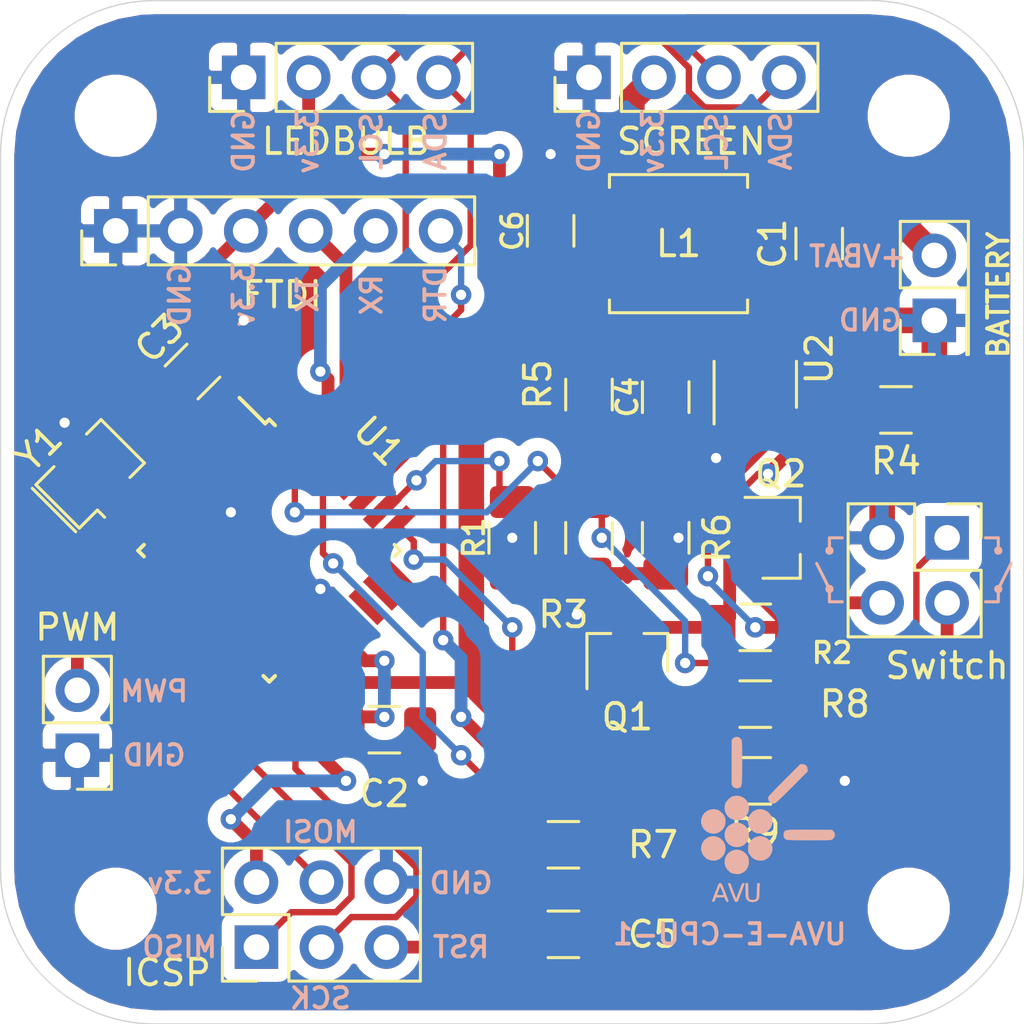
<source format=kicad_pcb>
(kicad_pcb (version 20171130) (host pcbnew 5.1.6)
  (layers (0 F.Cu signal) (31 B.Cu signal) (34 B.Paste user) (35 F.Paste user) (36 B.SilkS user) (37 F.SilkS user) (38 B.Mask user) (39 F.Mask user) (44 Edge.Cuts user))
  (net 0 "")
  (net 1 BAT_VOLTAGE)
  (net 2 GND)
  (net 3 "Net-(C2-Pad1)")
  (net 4 +3V3)
  (net 5 "Net-(C4-Pad2)")
  (net 6 "Net-(C4-Pad1)")
  (net 7 ICSP_RESET)
  (net 8 DTR)
  (net 9 FTDI_RXI)
  (net 10 FTDI_TXO)
  (net 11 I2C_SDA)
  (net 12 I2C_SCL)
  (net 13 ICSP_MISO)
  (net 14 ICSP_MOSI)
  (net 15 ICSP_SCK)
  (net 16 SPI_MOSI)
  (net 17 SPI_CLK)
  (net 18 LED_DRIVER_PWM)
  (net 19 "Net-(Q1-Pad3)")
  (net 20 BAT_EN)
  (net 21 "Net-(Q2-Pad3)")
  (net 22 INTERRUPT)
  (net 23 "Net-(R5-Pad2)")
  (net 24 "Net-(R8-Pad2)")
  (net 25 "Net-(U1-Pad32)")
  (net 26 "Net-(U1-Pad24)")
  (net 27 "Net-(U1-Pad23)")
  (net 28 "Net-(U1-Pad22)")
  (net 29 "Net-(U1-Pad19)")
  (net 30 "Net-(U1-Pad12)")
  (net 31 "Net-(U1-Pad10)")
  (net 32 "Net-(U1-Pad8)")
  (net 33 "Net-(U1-Pad7)")
  (net 34 "Net-(U1-Pad2)")
  (net 35 "Net-(U1-Pad11)")
  (module Connector_PinHeader_2.54mm:PinHeader_1x04_P2.54mm_Vertical (layer F.Cu) (at 116.5 78 90)
    (fp_text reference J3 hide)
    (fp_text value Led_bulb_connector)
    (pad 4 thru_hole oval (at 0 7.62 90) (size 1.7 1.7) (drill 1) (layers *.Cu *.Mask) (net 11 I2C_SDA))
    (pad 3 thru_hole oval (at 0 5.08 90) (size 1.7 1.7) (drill 1) (layers *.Cu *.Mask) (net 12 I2C_SCL))
    (pad 2 thru_hole oval (at 0 2.54 90) (size 1.7 1.7) (drill 1) (layers *.Cu *.Mask) (net 4 +3V3))
    (pad 1 thru_hole rect (at 0 0 90) (size 1.7 1.7) (drill 1) (layers *.Cu *.Mask) (net 2 GND))
  )
  (module logo:logo (layer B.Cu) (at 137 107 180)
    (fp_text reference G*** hide)
    (fp_text value LOGO hide)
  )
  (module MountingHole:MountingHole_2.2mm_M2 (layer F.Cu) (at 142.5 79.5)
    (fp_text reference REF** hide)
    (fp_text value MountingHole_2.2mm_M2)
    (pad 1 np_thru_hole circle (at 0 0) (size 2.2 2.2) (drill 2.2) (layers *.Cu *.Mask))
  )
  (module MountingHole:MountingHole_2.2mm_M2 (layer F.Cu) (at 111.5 79.5)
    (fp_text reference REF** hide)
    (fp_text value MountingHole_2.2mm_M2)
    (pad 1 np_thru_hole circle (at 0 0) (size 2.2 2.2) (drill 2.2) (layers *.Cu *.Mask))
  )
  (module MountingHole:MountingHole_2.2mm_M2 (layer F.Cu) (at 111.5 110.5)
    (fp_text reference REF** hide)
    (fp_text value MountingHole_2.2mm_M2)
    (pad 1 np_thru_hole circle (at 0 0) (size 2.2 2.2) (drill 2.2) (layers *.Cu *.Mask))
  )
  (module MountingHole:MountingHole_2.2mm_M2 (layer F.Cu) (at 142.5 110.5)
    (fp_text reference REF** hide)
    (fp_text value MountingHole_2.2mm_M2)
    (pad 1 np_thru_hole circle (at 0 0) (size 2.2 2.2) (drill 2.2) (layers *.Cu *.Mask))
  )
  (module Crystal:Resonator_SMD_muRata_CSTxExxV-3Pin_3.0x1.1mm (layer F.Cu) (at 110.5 93.5 45)
    (fp_text reference Y1 (at -0.707107 -2.12132 45) (layer F.SilkS))
    (fp_text value Crystal_GND2)
    (pad 3 smd rect (at 1.2 0 45) (size 0.4 1.9) (layers F.Cu F.Paste F.Mask) (net 33 "Net-(U1-Pad7)"))
    (pad 2 smd rect (at 0 0 45) (size 0.4 1.9) (layers F.Cu F.Paste F.Mask) (net 2 GND))
    (pad 1 smd rect (at -1.2 0 45) (size 0.4 1.9) (layers F.Cu F.Paste F.Mask) (net 32 "Net-(U1-Pad8)"))
  )
  (module Package_TO_SOT_SMD:SOT-23-6 (layer F.Cu) (at 136.5 90 90)
    (fp_text reference U2 (at 1 2.5 90) (layer F.SilkS))
    (fp_text value TPS560430XF)
    (pad 5 smd rect (at 1.1 0 90) (size 1.06 0.65) (layers F.Cu F.Paste F.Mask) (net 1 BAT_VOLTAGE))
    (pad 6 smd rect (at 1.1 -0.95 90) (size 1.06 0.65) (layers F.Cu F.Paste F.Mask) (net 5 "Net-(C4-Pad2)"))
    (pad 4 smd rect (at 1.1 0.95 90) (size 1.06 0.65) (layers F.Cu F.Paste F.Mask) (net 21 "Net-(Q2-Pad3)"))
    (pad 3 smd rect (at -1.1 0.95 90) (size 1.06 0.65) (layers F.Cu F.Paste F.Mask) (net 23 "Net-(R5-Pad2)"))
    (pad 2 smd rect (at -1.1 0 90) (size 1.06 0.65) (layers F.Cu F.Paste F.Mask) (net 2 GND))
    (pad 1 smd rect (at -1.1 -0.95 90) (size 1.06 0.65) (layers F.Cu F.Paste F.Mask) (net 6 "Net-(C4-Pad1)"))
  )
  (module Package_QFP:TQFP-32_7x7mm_P0.8mm (layer F.Cu) (at 117.5 96.5 315)
    (fp_text reference U1 (at 0 -6.05 135) (layer F.SilkS))
    (fp_text value ATmega328P-AU)
    (pad 32 smd rect (at -2.8 -4.25 45) (size 1.6 0.55) (layers F.Cu F.Paste F.Mask) (net 25 "Net-(U1-Pad32)"))
    (pad 31 smd rect (at -2 -4.25 45) (size 1.6 0.55) (layers F.Cu F.Paste F.Mask) (net 9 FTDI_RXI))
    (pad 30 smd rect (at -1.2 -4.25 45) (size 1.6 0.55) (layers F.Cu F.Paste F.Mask) (net 10 FTDI_TXO))
    (pad 29 smd rect (at -0.4 -4.25 45) (size 1.6 0.55) (layers F.Cu F.Paste F.Mask) (net 7 ICSP_RESET))
    (pad 28 smd rect (at 0.4 -4.25 45) (size 1.6 0.55) (layers F.Cu F.Paste F.Mask) (net 12 I2C_SCL))
    (pad 27 smd rect (at 1.2 -4.25 45) (size 1.6 0.55) (layers F.Cu F.Paste F.Mask) (net 11 I2C_SDA))
    (pad 26 smd rect (at 2 -4.25 45) (size 1.6 0.55) (layers F.Cu F.Paste F.Mask) (net 20 BAT_EN))
    (pad 25 smd rect (at 2.8 -4.25 45) (size 1.6 0.55) (layers F.Cu F.Paste F.Mask) (net 24 "Net-(R8-Pad2)"))
    (pad 24 smd rect (at 4.25 -2.8 315) (size 1.6 0.55) (layers F.Cu F.Paste F.Mask) (net 26 "Net-(U1-Pad24)"))
    (pad 23 smd rect (at 4.25 -2 315) (size 1.6 0.55) (layers F.Cu F.Paste F.Mask) (net 27 "Net-(U1-Pad23)"))
    (pad 22 smd rect (at 4.25 -1.2 315) (size 1.6 0.55) (layers F.Cu F.Paste F.Mask) (net 28 "Net-(U1-Pad22)"))
    (pad 21 smd rect (at 4.25 -0.4 315) (size 1.6 0.55) (layers F.Cu F.Paste F.Mask) (net 2 GND))
    (pad 20 smd rect (at 4.25 0.4 315) (size 1.6 0.55) (layers F.Cu F.Paste F.Mask) (net 3 "Net-(C2-Pad1)"))
    (pad 19 smd rect (at 4.25 1.2 315) (size 1.6 0.55) (layers F.Cu F.Paste F.Mask) (net 29 "Net-(U1-Pad19)"))
    (pad 18 smd rect (at 4.25 2 315) (size 1.6 0.55) (layers F.Cu F.Paste F.Mask) (net 4 +3V3))
    (pad 17 smd rect (at 4.25 2.8 315) (size 1.6 0.55) (layers F.Cu F.Paste F.Mask) (net 15 ICSP_SCK))
    (pad 16 smd rect (at 2.8 4.25 45) (size 1.6 0.55) (layers F.Cu F.Paste F.Mask) (net 13 ICSP_MISO))
    (pad 15 smd rect (at 2 4.25 45) (size 1.6 0.55) (layers F.Cu F.Paste F.Mask) (net 14 ICSP_MOSI))
    (pad 14 smd rect (at 1.2 4.25 45) (size 1.6 0.55) (layers F.Cu F.Paste F.Mask) (net 17 SPI_CLK))
    (pad 13 smd rect (at 0.4 4.25 45) (size 1.6 0.55) (layers F.Cu F.Paste F.Mask) (net 16 SPI_MOSI))
    (pad 12 smd rect (at -0.4 4.25 45) (size 1.6 0.55) (layers F.Cu F.Paste F.Mask) (net 30 "Net-(U1-Pad12)"))
    (pad 11 smd rect (at -1.2 4.25 45) (size 1.6 0.55) (layers F.Cu F.Paste F.Mask) (net 35 "Net-(U1-Pad11)"))
    (pad 10 smd rect (at -2 4.25 45) (size 1.6 0.55) (layers F.Cu F.Paste F.Mask) (net 31 "Net-(U1-Pad10)"))
    (pad 9 smd rect (at -2.8 4.25 45) (size 1.6 0.55) (layers F.Cu F.Paste F.Mask) (net 18 LED_DRIVER_PWM))
    (pad 8 smd rect (at -4.25 2.8 315) (size 1.6 0.55) (layers F.Cu F.Paste F.Mask) (net 32 "Net-(U1-Pad8)"))
    (pad 7 smd rect (at -4.25 2 315) (size 1.6 0.55) (layers F.Cu F.Paste F.Mask) (net 33 "Net-(U1-Pad7)"))
    (pad 6 smd rect (at -4.25 1.2 315) (size 1.6 0.55) (layers F.Cu F.Paste F.Mask) (net 4 +3V3))
    (pad 5 smd rect (at -4.25 0.4 315) (size 1.6 0.55) (layers F.Cu F.Paste F.Mask) (net 2 GND))
    (pad 4 smd rect (at -4.25 -0.4 315) (size 1.6 0.55) (layers F.Cu F.Paste F.Mask) (net 4 +3V3))
    (pad 3 smd rect (at -4.25 -1.2 315) (size 1.6 0.55) (layers F.Cu F.Paste F.Mask) (net 2 GND))
    (pad 2 smd rect (at -4.25 -2 315) (size 1.6 0.55) (layers F.Cu F.Paste F.Mask) (net 34 "Net-(U1-Pad2)"))
    (pad 1 smd rect (at -4.25 -2.8 315) (size 1.6 0.55) (layers F.Cu F.Paste F.Mask) (net 22 INTERRUPT))
  )
  (module Connector_PinHeader_2.54mm:PinHeader_2x02_P2.54mm_Vertical (layer F.Cu) (at 144 96 270)
    (fp_text reference Switch (at 5 0 180) (layer F.SilkS))
    (fp_text value SW_DPST)
    (pad 4 thru_hole oval (at 2.54 2.54 270) (size 1.7 1.7) (drill 1) (layers *.Cu *.Mask) (net 19 "Net-(Q1-Pad3)"))
    (pad 3 thru_hole oval (at 0 2.54 270) (size 1.7 1.7) (drill 1) (layers *.Cu *.Mask) (net 2 GND))
    (pad 2 thru_hole oval (at 2.54 0 270) (size 1.7 1.7) (drill 1) (layers *.Cu *.Mask) (net 4 +3V3))
    (pad 1 thru_hole rect (at 0 0 270) (size 1.7 1.7) (drill 1) (layers *.Cu *.Mask) (net 22 INTERRUPT))
  )
  (module Resistor_SMD:R_1206_3216Metric (layer F.Cu) (at 136.5 105.5)
    (fp_text reference R9 (at 0 2) (layer F.SilkS))
    (fp_text value 110k)
    (pad 2 smd roundrect (at 1.4 0) (size 1.25 1.75) (layers F.Cu F.Paste F.Mask) (roundrect_rratio 0.2) (net 2 GND))
    (pad 1 smd roundrect (at -1.4 0) (size 1.25 1.75) (layers F.Cu F.Paste F.Mask) (roundrect_rratio 0.2) (net 24 "Net-(R8-Pad2)"))
  )
  (module Resistor_SMD:R_1206_3216Metric (layer F.Cu) (at 136.5 102.5 180)
    (fp_text reference R8 (at -3.5 0) (layer F.SilkS))
    (fp_text value 330k)
    (pad 2 smd roundrect (at 1.4 0 180) (size 1.25 1.75) (layers F.Cu F.Paste F.Mask) (roundrect_rratio 0.2) (net 24 "Net-(R8-Pad2)"))
    (pad 1 smd roundrect (at -1.4 0 180) (size 1.25 1.75) (layers F.Cu F.Paste F.Mask) (roundrect_rratio 0.2) (net 1 BAT_VOLTAGE))
  )
  (module Resistor_SMD:R_1206_3216Metric (layer F.Cu) (at 129 108 180)
    (fp_text reference R7 (at -3.5 0) (layer F.SilkS))
    (fp_text value 10K)
    (pad 2 smd roundrect (at 1.4 0 180) (size 1.25 1.75) (layers F.Cu F.Paste F.Mask) (roundrect_rratio 0.2) (net 7 ICSP_RESET))
    (pad 1 smd roundrect (at -1.4 0 180) (size 1.25 1.75) (layers F.Cu F.Paste F.Mask) (roundrect_rratio 0.2) (net 4 +3V3))
  )
  (module Resistor_SMD:R_1206_3216Metric (layer F.Cu) (at 133 96 270)
    (fp_text reference R6 (at 0 -2 90) (layer F.SilkS))
    (fp_text value 22.1k)
    (pad 2 smd roundrect (at 1.4 0 270) (size 1.25 1.75) (layers F.Cu F.Paste F.Mask) (roundrect_rratio 0.2) (net 2 GND))
    (pad 1 smd roundrect (at -1.4 0 270) (size 1.25 1.75) (layers F.Cu F.Paste F.Mask) (roundrect_rratio 0.2) (net 23 "Net-(R5-Pad2)"))
  )
  (module Resistor_SMD:R_1206_3216Metric (layer F.Cu) (at 130 90.4 270)
    (fp_text reference R5 (at -0.4 2 90) (layer F.SilkS))
    (fp_text value 51k)
    (pad 2 smd roundrect (at 1.4 0 270) (size 1.25 1.75) (layers F.Cu F.Paste F.Mask) (roundrect_rratio 0.2) (net 23 "Net-(R5-Pad2)"))
    (pad 1 smd roundrect (at -1.4 0 270) (size 1.25 1.75) (layers F.Cu F.Paste F.Mask) (roundrect_rratio 0.2) (net 4 +3V3))
  )
  (module Resistor_SMD:R_1206_3216Metric (layer F.Cu) (at 142 91)
    (fp_text reference R4 (at 0 2) (layer F.SilkS))
    (fp_text value 10K)
    (pad 2 smd roundrect (at 1.4 0) (size 1.25 1.75) (layers F.Cu F.Paste F.Mask) (roundrect_rratio 0.2) (net 2 GND))
    (pad 1 smd roundrect (at -1.4 0) (size 1.25 1.75) (layers F.Cu F.Paste F.Mask) (roundrect_rratio 0.2) (net 21 "Net-(Q2-Pad3)"))
  )
  (module Resistor_SMD:R_1206_3216Metric (layer F.Cu) (at 130 96 270)
    (fp_text reference R3 (at 3 1 180) (layer F.SilkS))
    (fp_text value 10K)
    (pad 2 smd roundrect (at 1.4 0 270) (size 1.25 1.75) (layers F.Cu F.Paste F.Mask) (roundrect_rratio 0.2) (net 2 GND))
    (pad 1 smd roundrect (at -1.4 0 270) (size 1.25 1.75) (layers F.Cu F.Paste F.Mask) (roundrect_rratio 0.2) (net 22 INTERRUPT))
  )
  (module Resistor_SMD:R_1206_3216Metric (layer F.Cu) (at 136.5 99.5 180)
    (fp_text reference R2 (at -3 -1) (layer F.SilkS) (effects (font (size 0.8 0.8))))
    (fp_text value 10K)
    (pad 2 smd roundrect (at 1.4 0 180) (size 1.25 1.75) (layers F.Cu F.Paste F.Mask) (roundrect_rratio 0.2) (net 19 "Net-(Q1-Pad3)"))
    (pad 1 smd roundrect (at -1.4 0 180) (size 1.25 1.75) (layers F.Cu F.Paste F.Mask) (roundrect_rratio 0.2) (net 1 BAT_VOLTAGE))
  )
  (module Resistor_SMD:R_1206_3216Metric (layer F.Cu) (at 127 96 270)
    (fp_text reference R1 (at 0 1.5 90) (layer F.SilkS) (effects (font (size 0.8 0.8))))
    (fp_text value 10K)
    (pad 2 smd roundrect (at 1.4 0 270) (size 1.25 1.75) (layers F.Cu F.Paste F.Mask) (roundrect_rratio 0.2) (net 2 GND))
    (pad 1 smd roundrect (at -1.4 0 270) (size 1.25 1.75) (layers F.Cu F.Paste F.Mask) (roundrect_rratio 0.2) (net 20 BAT_EN))
  )
  (module Package_TO_SOT_SMD:SOT-23 (layer F.Cu) (at 137.5 96)
    (fp_text reference Q2 (at 0 -2.5) (layer F.SilkS))
    (fp_text value Q_PMOS_GSD)
    (pad 3 smd rect (at 1 0) (size 0.9 0.8) (layers F.Cu F.Paste F.Mask) (net 21 "Net-(Q2-Pad3)"))
    (pad 2 smd rect (at -1 0.95) (size 0.9 0.8) (layers F.Cu F.Paste F.Mask) (net 1 BAT_VOLTAGE))
    (pad 1 smd rect (at -1 -0.95) (size 0.9 0.8) (layers F.Cu F.Paste F.Mask) (net 19 "Net-(Q1-Pad3)"))
  )
  (module Package_TO_SOT_SMD:SOT-23 (layer F.Cu) (at 131.5 100.5 90)
    (fp_text reference Q1 (at -2.5 0 180) (layer F.SilkS))
    (fp_text value Q_NMOS_GSD)
    (pad 3 smd rect (at 1 0 90) (size 0.9 0.8) (layers F.Cu F.Paste F.Mask) (net 19 "Net-(Q1-Pad3)"))
    (pad 2 smd rect (at -1 0.95 90) (size 0.9 0.8) (layers F.Cu F.Paste F.Mask) (net 2 GND))
    (pad 1 smd rect (at -1 -0.95 90) (size 0.9 0.8) (layers F.Cu F.Paste F.Mask) (net 20 BAT_EN))
  )
  (module Bourns-SRN5020TA:L_Bourns_SRN5020TA (layer F.Cu) (at 133.5 84.5 180)
    (fp_text reference L1 (at 0 0) (layer F.SilkS))
    (fp_text value 12uH)
    (pad 2 smd rect (at 1.825 0 180) (size 1.5 4.7) (layers F.Cu F.Paste F.Mask) (net 4 +3V3))
    (pad 1 smd rect (at -1.825 0 180) (size 1.5 4.7) (layers F.Cu F.Paste F.Mask) (net 5 "Net-(C4-Pad2)"))
  )
  (module Connector_PinHeader_2.54mm:PinHeader_2x03_P2.54mm_Vertical (layer F.Cu) (at 117 112 90)
    (fp_text reference J7 hide)
    (fp_text value ICSP_prog_connector)
    (pad 6 thru_hole oval (at 2.54 5.08 90) (size 1.7 1.7) (drill 1) (layers *.Cu *.Mask) (net 2 GND))
    (pad 5 thru_hole oval (at 0 5.08 90) (size 1.7 1.7) (drill 1) (layers *.Cu *.Mask) (net 7 ICSP_RESET))
    (pad 4 thru_hole oval (at 2.54 2.54 90) (size 1.7 1.7) (drill 1) (layers *.Cu *.Mask) (net 14 ICSP_MOSI))
    (pad 3 thru_hole oval (at 0 2.54 90) (size 1.7 1.7) (drill 1) (layers *.Cu *.Mask) (net 15 ICSP_SCK))
    (pad 2 thru_hole oval (at 2.54 0 90) (size 1.7 1.7) (drill 1) (layers *.Cu *.Mask) (net 4 +3V3))
    (pad 1 thru_hole rect (at 0 0 90) (size 1.7 1.7) (drill 1) (layers *.Cu *.Mask) (net 13 ICSP_MISO))
  )
  (module Connector_PinHeader_2.54mm:PinHeader_1x04_P2.54mm_Vertical (layer F.Cu) (at 130 78 90)
    (fp_text reference J6 hide)
    (fp_text value Screen_I2C_connector)
    (pad 4 thru_hole oval (at 0 7.62 90) (size 1.7 1.7) (drill 1) (layers *.Cu *.Mask) (net 11 I2C_SDA))
    (pad 3 thru_hole oval (at 0 5.08 90) (size 1.7 1.7) (drill 1) (layers *.Cu *.Mask) (net 12 I2C_SCL))
    (pad 2 thru_hole oval (at 0 2.54 90) (size 1.7 1.7) (drill 1) (layers *.Cu *.Mask) (net 4 +3V3))
    (pad 1 thru_hole rect (at 0 0 90) (size 1.7 1.7) (drill 1) (layers *.Cu *.Mask) (net 2 GND))
  )
  (module Connector_PinHeader_2.54mm:PinHeader_1x02_P2.54mm_Vertical (layer F.Cu) (at 110 104.5 180)
    (fp_text reference J5 hide)
    (fp_text value Driver_PWM_connector)
    (pad 2 thru_hole oval (at 0 2.54 180) (size 1.7 1.7) (drill 1) (layers *.Cu *.Mask) (net 18 LED_DRIVER_PWM))
    (pad 1 thru_hole rect (at 0 0 180) (size 1.7 1.7) (drill 1) (layers *.Cu *.Mask) (net 2 GND))
  )
  (module Connector_PinHeader_2.54mm:PinHeader_1x06_P2.54mm_Vertical (layer F.Cu) (at 111.5 84 90)
    (fp_text reference J2 hide)
    (fp_text value FTDI_prog_connector)
    (pad 6 thru_hole oval (at 0 12.7 90) (size 1.7 1.7) (drill 1) (layers *.Cu *.Mask) (net 8 DTR))
    (pad 5 thru_hole oval (at 0 10.16 90) (size 1.7 1.7) (drill 1) (layers *.Cu *.Mask) (net 9 FTDI_RXI))
    (pad 4 thru_hole oval (at 0 7.62 90) (size 1.7 1.7) (drill 1) (layers *.Cu *.Mask) (net 10 FTDI_TXO))
    (pad 3 thru_hole oval (at 0 5.08 90) (size 1.7 1.7) (drill 1) (layers *.Cu *.Mask) (net 4 +3V3))
    (pad 2 thru_hole oval (at 0 2.54 90) (size 1.7 1.7) (drill 1) (layers *.Cu *.Mask) (net 2 GND))
    (pad 1 thru_hole rect (at 0 0 90) (size 1.7 1.7) (drill 1) (layers *.Cu *.Mask) (net 2 GND))
  )
  (module Connector_PinHeader_2.54mm:PinHeader_2x01_P2.54mm_Vertical (layer F.Cu) (at 143.5 87.5 90)
    (fp_text reference J1 hide)
    (fp_text value Battery_connector)
    (pad 2 thru_hole oval (at 2.54 0 90) (size 1.7 1.7) (drill 1) (layers *.Cu *.Mask) (net 1 BAT_VOLTAGE))
    (pad 1 thru_hole rect (at 0 0 90) (size 1.7 1.7) (drill 1) (layers *.Cu *.Mask) (net 2 GND))
  )
  (module Capacitor_SMD:C_1206_3216Metric (layer F.Cu) (at 128.5 84 270)
    (fp_text reference C6 (at 0 1.5 90) (layer F.SilkS) (effects (font (size 0.8 0.8))))
    (fp_text value 22uF)
    (pad 2 smd roundrect (at 1.4 0 270) (size 1.25 1.75) (layers F.Cu F.Paste F.Mask) (roundrect_rratio 0.2) (net 4 +3V3))
    (pad 1 smd roundrect (at -1.4 0 270) (size 1.25 1.75) (layers F.Cu F.Paste F.Mask) (roundrect_rratio 0.2) (net 2 GND))
  )
  (module Capacitor_SMD:C_1206_3216Metric (layer F.Cu) (at 129 111.5 180)
    (fp_text reference C5 (at -3.5 0) (layer F.SilkS))
    (fp_text value 100nF)
    (pad 2 smd roundrect (at 1.4 0 180) (size 1.25 1.75) (layers F.Cu F.Paste F.Mask) (roundrect_rratio 0.2) (net 7 ICSP_RESET))
    (pad 1 smd roundrect (at -1.4 0 180) (size 1.25 1.75) (layers F.Cu F.Paste F.Mask) (roundrect_rratio 0.2) (net 8 DTR))
  )
  (module Capacitor_SMD:C_1206_3216Metric (layer F.Cu) (at 133 90.5 90)
    (fp_text reference C4 (at 0 -1.5 90) (layer F.SilkS) (effects (font (size 0.8 0.8))))
    (fp_text value 100nF)
    (pad 2 smd roundrect (at 1.4 0 90) (size 1.25 1.75) (layers F.Cu F.Paste F.Mask) (roundrect_rratio 0.2) (net 5 "Net-(C4-Pad2)"))
    (pad 1 smd roundrect (at -1.4 0 90) (size 1.25 1.75) (layers F.Cu F.Paste F.Mask) (roundrect_rratio 0.2) (net 6 "Net-(C4-Pad1)"))
  )
  (module Capacitor_SMD:C_1206_3216Metric (layer F.Cu) (at 114.5 89.5 45)
    (fp_text reference C3 (at 0 -1.82 45) (layer F.SilkS))
    (fp_text value 100nF)
    (pad 2 smd roundrect (at 1.4 0 45) (size 1.25 1.75) (layers F.Cu F.Paste F.Mask) (roundrect_rratio 0.2) (net 2 GND))
    (pad 1 smd roundrect (at -1.4 0 45) (size 1.25 1.75) (layers F.Cu F.Paste F.Mask) (roundrect_rratio 0.2) (net 4 +3V3))
  )
  (module Capacitor_SMD:C_1206_3216Metric (layer F.Cu) (at 122 103.5)
    (fp_text reference C2 (at 0 2.5) (layer F.SilkS))
    (fp_text value 100nF)
    (pad 2 smd roundrect (at 1.4 0) (size 1.25 1.75) (layers F.Cu F.Paste F.Mask) (roundrect_rratio 0.2) (net 2 GND))
    (pad 1 smd roundrect (at -1.4 0) (size 1.25 1.75) (layers F.Cu F.Paste F.Mask) (roundrect_rratio 0.2) (net 3 "Net-(C2-Pad1)"))
  )
  (module Capacitor_SMD:C_1206_3216Metric (layer F.Cu) (at 139 84.5 90)
    (fp_text reference C1 (at 0 -1.82 270) (layer F.SilkS))
    (fp_text value 2.2uF)
    (pad 2 smd roundrect (at 1.4 0 90) (size 1.25 1.75) (layers F.Cu F.Paste F.Mask) (roundrect_rratio 0.2) (net 1 BAT_VOLTAGE))
    (pad 1 smd roundrect (at -1.4 0 90) (size 1.25 1.75) (layers F.Cu F.Paste F.Mask) (roundrect_rratio 0.2) (net 2 GND))
  )
  (gr_text UVA-E-CPU-1 (at 135.5 111.5) (layer B.SilkS) (effects (font (size 0.8 0.8)) (justify mirror)))
  (gr_circle (center 146 98) (end 146 97.9) (layer B.SilkS) (width 0.12))
  (gr_circle (center 146 96.5) (end 146.1 96.5) (layer B.SilkS) (width 0.12))
  (gr_circle (center 139.4 96.5) (end 139.5 96.5) (layer B.SilkS) (width 0.12))
  (gr_circle (center 139.4 98) (end 139.5 98) (layer B.SilkS) (width 0.12))
  (gr_line (start 139.4 98.5) (end 139.9 98.5) (layer B.SilkS) (width 0.12))
  (gr_line (start 139.4 96) (end 139.9 96) (layer B.SilkS) (width 0.12))
  (gr_line (start 146 98) (end 146.5 97) (layer B.SilkS) (width 0.12))
  (gr_line (start 146 98.5) (end 146 98) (layer B.SilkS) (width 0.12))
  (gr_line (start 145.5 98.5) (end 146 98.5) (layer B.SilkS) (width 0.12))
  (gr_line (start 146 96) (end 146 96.5) (layer B.SilkS) (width 0.12))
  (gr_line (start 145.5 96) (end 146 96) (layer B.SilkS) (width 0.12))
  (gr_line (start 139.4 98) (end 138.9 97) (layer B.SilkS) (width 0.12))
  (gr_line (start 139.4 98.5) (end 139.4 98) (layer B.SilkS) (width 0.12))
  (gr_line (start 139.4 96) (end 139.4 96.5) (layer B.SilkS) (width 0.12))
  (gr_text SCK (at 119.5 114) (layer B.SilkS) (effects (font (size 0.8 0.8)) (justify mirror)))
  (gr_text MOSI (at 119.5 107.5) (layer B.SilkS) (effects (font (size 0.8 0.8)) (justify mirror)))
  (gr_text 3.3v (at 114 109.5) (layer B.SilkS) (effects (font (size 0.8 0.8)) (justify mirror)))
  (gr_text MISO (at 114 112) (layer B.SilkS) (effects (font (size 0.8 0.8)) (justify mirror)))
  (gr_text RST (at 125 112) (layer B.SilkS) (effects (font (size 0.8 0.8)) (justify mirror)))
  (gr_text GND (at 125 109.5) (layer B.SilkS) (effects (font (size 0.8 0.8)) (justify mirror)))
  (gr_text GND (at 141 87.5) (layer B.SilkS) (effects (font (size 0.8 0.8)) (justify mirror)))
  (gr_text +VBAT (at 140.5 85) (layer B.SilkS) (effects (font (size 0.8 0.8)) (justify mirror)))
  (gr_text DTR (at 124 86.5 90) (layer B.SilkS) (effects (font (size 0.8 0.8)) (justify mirror)))
  (gr_text RX (at 121.5 86.5 90) (layer B.SilkS) (effects (font (size 0.8 0.8)) (justify mirror)))
  (gr_text TX (at 119 86.5 90) (layer B.SilkS) (effects (font (size 0.8 0.8)) (justify mirror)))
  (gr_text 3.3v (at 116.5 86.5 90) (layer B.SilkS) (effects (font (size 0.8 0.8)) (justify mirror)))
  (gr_text GND (at 114 86.5 90) (layer B.SilkS) (effects (font (size 0.8 0.8)) (justify mirror)))
  (gr_text SDA (at 137.5 80.5 90) (layer B.SilkS) (effects (font (size 0.8 0.8)) (justify mirror)))
  (gr_text SCL (at 135 80.5 90) (layer B.SilkS) (effects (font (size 0.8 0.8)) (justify mirror)))
  (gr_text 3.3v (at 132.5 80.5 90) (layer B.SilkS) (effects (font (size 0.8 0.8)) (justify mirror)))
  (gr_text GND (at 130 80.5 90) (layer B.SilkS) (effects (font (size 0.8 0.8)) (justify mirror)))
  (gr_text SDA (at 124 80.5 90) (layer B.SilkS) (effects (font (size 0.8 0.8)) (justify mirror)))
  (gr_text SCL (at 121.5 80.5 90) (layer B.SilkS) (effects (font (size 0.8 0.8)) (justify mirror)))
  (gr_text 3.3v (at 119 80.5 90) (layer B.SilkS) (effects (font (size 0.8 0.8)) (justify mirror)))
  (gr_text GND (at 116.5 80.5 90) (layer B.SilkS) (effects (font (size 0.8 0.8)) (justify mirror)))
  (gr_text GND (at 113 104.5) (layer B.SilkS) (effects (font (size 0.8 0.8)) (justify mirror)))
  (gr_text PWM (at 113 102) (layer B.SilkS) (effects (font (size 0.8 0.8)) (justify mirror)))
  (gr_text BATTERY (at 146 86.5 90) (layer F.SilkS) (effects (font (size 0.8 0.8))))
  (gr_text SCREEN (at 134 80.5) (layer F.SilkS) (effects (font (size 1 1))))
  (gr_text LEDBULB (at 120.5 80.5) (layer F.SilkS) (effects (font (size 1 1))))
  (gr_text FTDI (at 118 86.5) (layer F.SilkS) (effects (font (size 1 1))))
  (gr_text PWM (at 110 99.5) (layer F.SilkS) (effects (font (size 1 1))))
  (gr_text ICSP (at 113.5 113) (layer F.SilkS) (effects (font (size 1 1))))
  (gr_line (start 141 75) (end 113 75) (layer Edge.Cuts) (width 0.05))
  (gr_line (start 147 109) (end 147 81) (layer Edge.Cuts) (width 0.05))
  (gr_line (start 113 115) (end 141 115) (layer Edge.Cuts) (width 0.05))
  (gr_line (start 107 81) (end 107 109) (layer Edge.Cuts) (width 0.05))
  (gr_arc (start 141 81) (end 147 81) (angle -90) (layer Edge.Cuts) (width 0.05))
  (gr_arc (start 113 81) (end 113 75) (angle -90) (layer Edge.Cuts) (width 0.05))
  (gr_arc (start 113 109) (end 107 109) (angle -90) (layer Edge.Cuts) (width 0.05))
  (gr_arc (start 141 109) (end 141 115) (angle -90) (layer Edge.Cuts) (width 0.05))
  (segment (start 143.5 84.96) (end 142.04 83.5) (width 1) (layer F.Cu) (net 1))
  (segment (start 139.4 83.5) (end 139 83.1) (width 1) (layer F.Cu) (net 1))
  (segment (start 142.04 83.5) (end 139.4 83.5) (width 1) (layer F.Cu) (net 1))
  (segment (start 136.5 87.235002) (end 137 86.735002) (width 0.5) (layer F.Cu) (net 1))
  (segment (start 136.5 88.9) (end 136.5 87.235002) (width 0.5) (layer F.Cu) (net 1))
  (segment (start 137 86.735002) (end 137 84.5) (width 0.5) (layer F.Cu) (net 1))
  (segment (start 138.4 83.1) (end 139 83.1) (width 0.5) (layer F.Cu) (net 1))
  (segment (start 137 84.5) (end 138.4 83.1) (width 0.5) (layer F.Cu) (net 1))
  (segment (start 136.5 98.1) (end 137.9 99.5) (width 0.5) (layer F.Cu) (net 1))
  (segment (start 136.5 96.95) (end 136.5 98.1) (width 0.5) (layer F.Cu) (net 1))
  (via (at 136.5 99.5) (size 0.8) (drill 0.4) (layers F.Cu B.Cu) (net 1))
  (segment (start 137.9 99.5) (end 136.5 99.5) (width 0.5) (layer F.Cu) (net 1))
  (via (at 137 93.5) (size 0.8) (drill 0.4) (layers F.Cu B.Cu) (net 1))
  (segment (start 136.5 89.615002) (end 136.5 88.9) (width 0.5) (layer F.Cu) (net 1))
  (segment (start 136.764999 89.880001) (end 136.5 89.615002) (width 0.5) (layer F.Cu) (net 1))
  (segment (start 137.895003 89.880001) (end 136.764999 89.880001) (width 0.5) (layer F.Cu) (net 1))
  (segment (start 138.225001 90.209999) (end 137.895003 89.880001) (width 0.5) (layer F.Cu) (net 1))
  (segment (start 138.225001 92.274999) (end 138.225001 90.209999) (width 0.5) (layer F.Cu) (net 1))
  (segment (start 137 93.5) (end 138.225001 92.274999) (width 0.5) (layer F.Cu) (net 1))
  (via (at 134.65 97.5) (size 0.8) (drill 0.4) (layers F.Cu B.Cu) (net 1))
  (segment (start 134.65 97.65) (end 134.65 97.5) (width 0.25) (layer B.Cu) (net 1))
  (segment (start 136.5 99.5) (end 134.65 97.65) (width 0.25) (layer B.Cu) (net 1))
  (segment (start 136.614998 93.5) (end 137 93.5) (width 0.25) (layer F.Cu) (net 1))
  (segment (start 134.65 95.464998) (end 136.614998 93.5) (width 0.25) (layer F.Cu) (net 1))
  (segment (start 134.65 97.5) (end 134.65 95.464998) (width 0.25) (layer F.Cu) (net 1))
  (segment (start 137.9 99.5) (end 137.9 102.5) (width 0.5) (layer F.Cu) (net 1))
  (segment (start 139 85.9) (end 139 86) (width 1) (layer F.Cu) (net 2))
  (segment (start 140.5 87.5) (end 143.5 87.5) (width 1) (layer F.Cu) (net 2))
  (segment (start 139 86) (end 140.5 87.5) (width 1) (layer F.Cu) (net 2))
  (segment (start 143.5 90.9) (end 143.4 91) (width 1) (layer F.Cu) (net 2))
  (segment (start 143.5 87.5) (end 143.5 90.9) (width 1) (layer F.Cu) (net 2))
  (segment (start 141.46 92.94) (end 141.46 96) (width 1) (layer F.Cu) (net 2))
  (segment (start 143.4 91) (end 141.46 92.94) (width 1) (layer F.Cu) (net 2))
  (via (at 134.967342 92.879679) (size 0.8) (drill 0.4) (layers F.Cu B.Cu) (net 2))
  (segment (start 135.355399 92.879679) (end 134.967342 92.879679) (width 0.5) (layer F.Cu) (net 2))
  (segment (start 136.5 91.735078) (end 135.355399 92.879679) (width 0.5) (layer F.Cu) (net 2))
  (segment (start 136.5 91.1) (end 136.5 91.735078) (width 0.5) (layer F.Cu) (net 2))
  (segment (start 114.69886 92.001804) (end 115.343324 92.646268) (width 0.5) (layer F.Cu) (net 2))
  (segment (start 115.489949 90.731861) (end 114.69886 91.522951) (width 0.5) (layer F.Cu) (net 2))
  (segment (start 114.69886 91.522951) (end 114.69886 92.001804) (width 0.5) (layer F.Cu) (net 2))
  (segment (start 115.489949 88.510051) (end 115.489949 90.731861) (width 0.5) (layer F.Cu) (net 2))
  (via (at 133.5 96) (size 0.8) (drill 0.4) (layers F.Cu B.Cu) (net 2))
  (segment (start 133 96.5) (end 133.5 96) (width 0.5) (layer F.Cu) (net 2))
  (segment (start 133 97.4) (end 133 96.5) (width 0.5) (layer F.Cu) (net 2))
  (via (at 116.5 87.5) (size 0.8) (drill 0.4) (layers F.Cu B.Cu) (net 2))
  (segment (start 115.489949 88.510051) (end 116.5 87.5) (width 0.5) (layer F.Cu) (net 2))
  (via (at 128.5 81) (size 0.8) (drill 0.4) (layers F.Cu B.Cu) (net 2))
  (segment (start 128.5 82.6) (end 128.5 81) (width 0.5) (layer F.Cu) (net 2))
  (via (at 109.5 91.5) (size 0.8) (drill 0.4) (layers F.Cu B.Cu) (net 2))
  (segment (start 109.5 92.5) (end 109.5 91.5) (width 0.5) (layer F.Cu) (net 2))
  (segment (start 110.5 93.5) (end 109.5 92.5) (width 0.5) (layer F.Cu) (net 2))
  (segment (start 115.987789 93.769585) (end 115.987789 93.290733) (width 0.5) (layer F.Cu) (net 2))
  (segment (start 115.335271 94.422103) (end 115.987789 93.769585) (width 0.5) (layer F.Cu) (net 2))
  (segment (start 115.987789 93.290733) (end 115.343324 92.646268) (width 0.5) (layer F.Cu) (net 2))
  (segment (start 114.856417 94.422103) (end 115.335271 94.422103) (width 0.5) (layer F.Cu) (net 2))
  (segment (start 114.211953 93.777639) (end 114.856417 94.422103) (width 0.5) (layer F.Cu) (net 2))
  (via (at 116 95) (size 0.8) (drill 0.4) (layers F.Cu B.Cu) (net 2))
  (segment (start 115.422103 94.422103) (end 116 95) (width 0.5) (layer F.Cu) (net 2))
  (segment (start 115.335271 94.422103) (end 115.422103 94.422103) (width 0.5) (layer F.Cu) (net 2))
  (via (at 123.5 105.5) (size 0.8) (drill 0.4) (layers F.Cu B.Cu) (net 2))
  (segment (start 123.4 105.4) (end 123.5 105.5) (width 0.5) (layer F.Cu) (net 2))
  (segment (start 123.4 103.5) (end 123.4 105.4) (width 0.5) (layer F.Cu) (net 2))
  (via (at 119.5 98) (size 0.8) (drill 0.4) (layers F.Cu B.Cu) (net 2))
  (segment (start 120.722361 99.222361) (end 119.5 98) (width 0.5) (layer F.Cu) (net 2))
  (segment (start 120.788047 99.222361) (end 120.722361 99.222361) (width 0.5) (layer F.Cu) (net 2))
  (via (at 140 105.5) (size 0.8) (drill 0.4) (layers F.Cu B.Cu) (net 2))
  (segment (start 137.9 105.5) (end 140 105.5) (width 0.5) (layer F.Cu) (net 2))
  (segment (start 130 99.660002) (end 130 97.4) (width 0.5) (layer F.Cu) (net 2))
  (segment (start 130.739999 100.400001) (end 130 99.660002) (width 0.5) (layer F.Cu) (net 2))
  (segment (start 131.350001 100.400001) (end 130.739999 100.400001) (width 0.5) (layer F.Cu) (net 2))
  (segment (start 132.45 101.5) (end 131.350001 100.400001) (width 0.5) (layer F.Cu) (net 2))
  (via (at 127 96) (size 0.8) (drill 0.4) (layers F.Cu B.Cu) (net 2))
  (segment (start 127 97.4) (end 127 96) (width 0.5) (layer F.Cu) (net 2))
  (via (at 129.52499 99) (size 0.8) (drill 0.4) (layers F.Cu B.Cu) (net 2))
  (segment (start 130 98.52499) (end 129.52499 99) (width 0.5) (layer F.Cu) (net 2))
  (segment (start 130 97.4) (end 130 98.52499) (width 0.5) (layer F.Cu) (net 2))
  (via (at 122 100.806479) (size 0.8) (drill 0.4) (layers F.Cu B.Cu) (net 3))
  (segment (start 121.240793 100.806479) (end 122 100.806479) (width 0.5) (layer F.Cu) (net 3))
  (segment (start 120.222361 99.788047) (end 121.240793 100.806479) (width 0.5) (layer F.Cu) (net 3))
  (via (at 122 103) (size 0.8) (drill 0.4) (layers F.Cu B.Cu) (net 3))
  (segment (start 122 100.806479) (end 122 103) (width 0.5) (layer B.Cu) (net 3))
  (segment (start 121.1 103) (end 120.6 103.5) (width 0.5) (layer F.Cu) (net 3))
  (segment (start 122 103) (end 121.1 103) (width 0.5) (layer F.Cu) (net 3))
  (segment (start 130.1 88.9) (end 130 89) (width 1) (layer F.Cu) (net 4))
  (segment (start 129.4 84.5) (end 128.5 85.4) (width 1) (layer F.Cu) (net 4))
  (segment (start 131.675 84.5) (end 129.4 84.5) (width 1) (layer F.Cu) (net 4))
  (segment (start 128.5 87.5) (end 130 89) (width 1) (layer F.Cu) (net 4))
  (segment (start 128.5 85.4) (end 128.5 87.5) (width 1) (layer F.Cu) (net 4))
  (segment (start 113.001803 93.698859) (end 113.646268 94.343324) (width 0.5) (layer F.Cu) (net 4))
  (segment (start 113.001803 90.998197) (end 113.001803 93.698859) (width 0.5) (layer F.Cu) (net 4))
  (segment (start 113.510051 90.489949) (end 113.001803 90.998197) (width 0.5) (layer F.Cu) (net 4))
  (segment (start 113.510051 91.944365) (end 113.510051 90.489949) (width 0.5) (layer F.Cu) (net 4))
  (segment (start 114.777639 93.211953) (end 113.510051 91.944365) (width 0.5) (layer F.Cu) (net 4))
  (segment (start 131.675 78.865) (end 132.54 78) (width 1) (layer F.Cu) (net 4))
  (segment (start 131.675 84.5) (end 131.675 78.865) (width 1) (layer F.Cu) (net 4))
  (segment (start 125.399999 101.656479) (end 130.4 106.65648) (width 1) (layer F.Cu) (net 4))
  (segment (start 130.4 106.65648) (end 130.4 108) (width 1) (layer F.Cu) (net 4))
  (segment (start 125.399999 88.500001) (end 125.399999 101.656479) (width 1) (layer F.Cu) (net 4))
  (segment (start 128.5 85.4) (end 125.399999 88.500001) (width 1) (layer F.Cu) (net 4))
  (segment (start 119.828052 101.656479) (end 119.09099 100.919417) (width 0.5) (layer F.Cu) (net 4))
  (segment (start 125.399999 101.656479) (end 119.828052 101.656479) (width 0.5) (layer F.Cu) (net 4))
  (segment (start 118.446526 99.143582) (end 113.646268 94.343324) (width 0.5) (layer F.Cu) (net 4))
  (segment (start 118.446526 100.274953) (end 118.446526 99.143582) (width 0.5) (layer F.Cu) (net 4))
  (segment (start 119.09099 100.919417) (end 118.446526 100.274953) (width 0.5) (layer F.Cu) (net 4))
  (segment (start 117 109.46) (end 117 108) (width 0.5) (layer F.Cu) (net 4))
  (via (at 116 107) (size 0.8) (drill 0.4) (layers F.Cu B.Cu) (net 4))
  (segment (start 117 108) (end 116 107) (width 0.5) (layer F.Cu) (net 4))
  (segment (start 116 107) (end 117.5 105.5) (width 0.5) (layer B.Cu) (net 4))
  (via (at 120.5 105.5) (size 0.8) (drill 0.4) (layers F.Cu B.Cu) (net 4))
  (segment (start 117.5 105.5) (end 120.5 105.5) (width 0.5) (layer B.Cu) (net 4))
  (segment (start 119.841506 101.669933) (end 119.09099 100.919417) (width 0.5) (layer F.Cu) (net 4))
  (segment (start 119.841506 101.936684) (end 119.841506 101.669933) (width 0.5) (layer F.Cu) (net 4))
  (segment (start 119.52499 102.2532) (end 119.841506 101.936684) (width 0.5) (layer F.Cu) (net 4))
  (segment (start 119.52499 104.52499) (end 119.52499 102.2532) (width 0.5) (layer F.Cu) (net 4))
  (segment (start 120.5 105.5) (end 119.52499 104.52499) (width 0.5) (layer F.Cu) (net 4))
  (segment (start 144 104.258002) (end 144 98.54) (width 0.5) (layer F.Cu) (net 4))
  (segment (start 130.72501 108.32501) (end 139.932992 108.32501) (width 0.5) (layer F.Cu) (net 4))
  (segment (start 139.932992 108.32501) (end 144 104.258002) (width 0.5) (layer F.Cu) (net 4))
  (segment (start 130.4 108) (end 130.72501 108.32501) (width 0.5) (layer F.Cu) (net 4))
  (via (at 126.5 81) (size 0.8) (drill 0.4) (layers F.Cu B.Cu) (net 4))
  (segment (start 126.5 83.4) (end 126.5 81) (width 0.5) (layer F.Cu) (net 4))
  (segment (start 128.5 85.4) (end 126.5 83.4) (width 0.5) (layer F.Cu) (net 4))
  (via (at 122 81) (size 0.8) (drill 0.4) (layers F.Cu B.Cu) (net 4))
  (segment (start 126.5 81) (end 122 81) (width 0.5) (layer B.Cu) (net 4))
  (segment (start 122 81) (end 119.5 81) (width 0.5) (layer F.Cu) (net 4))
  (segment (start 119.04 80.54) (end 119.04 78) (width 0.5) (layer F.Cu) (net 4))
  (segment (start 119.5 81) (end 119.04 80.54) (width 0.5) (layer F.Cu) (net 4))
  (segment (start 119.5 81.08) (end 116.58 84) (width 0.5) (layer F.Cu) (net 4))
  (segment (start 119.5 81) (end 119.5 81.08) (width 0.5) (layer F.Cu) (net 4))
  (segment (start 113.510051 87.069949) (end 113.510051 90.489949) (width 0.5) (layer F.Cu) (net 4))
  (segment (start 116.58 84) (end 113.510051 87.069949) (width 0.5) (layer F.Cu) (net 4))
  (segment (start 135.325 88.675) (end 135.55 88.9) (width 0.5) (layer F.Cu) (net 5))
  (segment (start 135.325 84.5) (end 135.325 88.675) (width 0.5) (layer F.Cu) (net 5))
  (segment (start 133.2 88.9) (end 133 89.1) (width 0.5) (layer F.Cu) (net 5))
  (segment (start 135.55 88.9) (end 133.2 88.9) (width 0.5) (layer F.Cu) (net 5))
  (segment (start 133 91.9) (end 133 91.5) (width 0.5) (layer F.Cu) (net 6))
  (segment (start 133.4 91.1) (end 135.55 91.1) (width 0.5) (layer F.Cu) (net 6))
  (segment (start 133 91.5) (end 133.4 91.1) (width 0.5) (layer F.Cu) (net 6))
  (segment (start 127.1 112) (end 127.6 111.5) (width 0.5) (layer F.Cu) (net 7))
  (segment (start 122.08 112) (end 127.1 112) (width 0.5) (layer F.Cu) (net 7))
  (segment (start 127.6 111.5) (end 127.6 108) (width 0.25) (layer F.Cu) (net 7))
  (via (at 125 104.5) (size 0.8) (drill 0.4) (layers F.Cu B.Cu) (net 7))
  (segment (start 127.6 107.1) (end 125 104.5) (width 0.25) (layer F.Cu) (net 7))
  (segment (start 127.6 108) (end 127.6 107.1) (width 0.25) (layer F.Cu) (net 7))
  (segment (start 125 104.5) (end 123.5 103) (width 0.25) (layer B.Cu) (net 7))
  (segment (start 123.5 100.5) (end 120 97) (width 0.25) (layer B.Cu) (net 7))
  (via (at 120 97) (size 0.8) (drill 0.4) (layers F.Cu B.Cu) (net 7))
  (segment (start 123.5 103) (end 123.5 100.5) (width 0.25) (layer B.Cu) (net 7))
  (segment (start 119.600001 93.834313) (end 120.222361 93.211953) (width 0.25) (layer F.Cu) (net 7))
  (segment (start 119.600001 96.600001) (end 119.600001 93.834313) (width 0.25) (layer F.Cu) (net 7))
  (segment (start 120 97) (end 119.600001 96.600001) (width 0.25) (layer F.Cu) (net 7))
  (via (at 125 103) (size 0.8) (drill 0.4) (layers F.Cu B.Cu) (net 8))
  (segment (start 129.32499 107.32499) (end 125 103) (width 0.5) (layer F.Cu) (net 8))
  (segment (start 129.32499 110.42499) (end 129.32499 107.32499) (width 0.5) (layer F.Cu) (net 8))
  (segment (start 130.4 111.5) (end 129.32499 110.42499) (width 0.5) (layer F.Cu) (net 8))
  (via (at 124.299999 100) (size 0.8) (drill 0.4) (layers F.Cu B.Cu) (net 8))
  (segment (start 125 100.700001) (end 124.299999 100) (width 0.5) (layer B.Cu) (net 8))
  (segment (start 125 103) (end 125 100.700001) (width 0.5) (layer B.Cu) (net 8))
  (segment (start 124.299999 84.099999) (end 124.2 84) (width 0.5) (layer F.Cu) (net 8))
  (via (at 125 86.5) (size 0.8) (drill 0.4) (layers F.Cu B.Cu) (net 8))
  (segment (start 125 87.08681) (end 125 86.5) (width 0.25) (layer F.Cu) (net 8))
  (segment (start 124.299999 87.786811) (end 125 87.08681) (width 0.25) (layer F.Cu) (net 8))
  (segment (start 124.299999 100) (end 124.299999 87.786811) (width 0.25) (layer F.Cu) (net 8))
  (segment (start 125 84.8) (end 124.2 84) (width 0.25) (layer B.Cu) (net 8))
  (segment (start 125 86.5) (end 125 84.8) (width 0.25) (layer B.Cu) (net 8))
  (segment (start 119.799989 89.799989) (end 119.5 89.5) (width 0.5) (layer F.Cu) (net 9))
  (segment (start 119.799989 91.371584) (end 119.799989 89.799989) (width 0.5) (layer F.Cu) (net 9))
  (segment (start 119.09099 92.080583) (end 119.799989 91.371584) (width 0.5) (layer F.Cu) (net 9))
  (via (at 119.5 89.5) (size 0.8) (drill 0.4) (layers F.Cu B.Cu) (net 9))
  (segment (start 119.5 86.16) (end 121.66 84) (width 0.5) (layer B.Cu) (net 9))
  (segment (start 119.5 89.5) (end 119.5 86.16) (width 0.5) (layer B.Cu) (net 9))
  (segment (start 120.5 85.38) (end 119.12 84) (width 0.5) (layer F.Cu) (net 10))
  (segment (start 120.5 91.802944) (end 120.5 85.38) (width 0.5) (layer F.Cu) (net 10))
  (segment (start 119.656676 92.646268) (end 120.5 91.802944) (width 0.5) (layer F.Cu) (net 10))
  (segment (start 125.375001 79.255001) (end 124.12 78) (width 0.25) (layer F.Cu) (net 11))
  (segment (start 125.375001 84.564001) (end 125.375001 79.255001) (width 0.25) (layer F.Cu) (net 11))
  (segment (start 123.285011 86.653991) (end 125.375001 84.564001) (width 0.25) (layer F.Cu) (net 11))
  (segment (start 123.285011 92.412045) (end 123.285011 86.653991) (width 0.25) (layer F.Cu) (net 11))
  (segment (start 121.353732 94.343324) (end 123.285011 92.412045) (width 0.25) (layer F.Cu) (net 11))
  (segment (start 136.444999 79.175001) (end 137.62 78) (width 0.25) (layer F.Cu) (net 11))
  (segment (start 134.515999 79.175001) (end 136.444999 79.175001) (width 0.25) (layer F.Cu) (net 11))
  (segment (start 133.904999 78.564001) (end 134.515999 79.175001) (width 0.25) (layer F.Cu) (net 11))
  (segment (start 133.904999 77.625997) (end 133.904999 78.564001) (width 0.25) (layer F.Cu) (net 11))
  (segment (start 132.729012 76.45001) (end 133.904999 77.625997) (width 0.25) (layer F.Cu) (net 11))
  (segment (start 125.66999 76.45001) (end 132.729012 76.45001) (width 0.25) (layer F.Cu) (net 11))
  (segment (start 124.12 78) (end 125.66999 76.45001) (width 0.25) (layer F.Cu) (net 11))
  (segment (start 122.835001 79.255001) (end 121.58 78) (width 0.25) (layer F.Cu) (net 12))
  (segment (start 122.835001 91.730685) (end 122.835001 79.255001) (width 0.25) (layer F.Cu) (net 12))
  (segment (start 120.788047 93.777639) (end 122.835001 91.730685) (width 0.25) (layer F.Cu) (net 12))
  (segment (start 123.58 76) (end 133.08 76) (width 0.25) (layer F.Cu) (net 12))
  (segment (start 133.08 76) (end 135.08 78) (width 0.25) (layer F.Cu) (net 12))
  (segment (start 121.58 78) (end 123.58 76) (width 0.25) (layer F.Cu) (net 12))
  (segment (start 120.715001 110.024001) (end 120.715001 108.715001) (width 0.25) (layer F.Cu) (net 13))
  (segment (start 120.104001 110.635001) (end 120.715001 110.024001) (width 0.25) (layer F.Cu) (net 13))
  (segment (start 118.364999 110.635001) (end 120.104001 110.635001) (width 0.25) (layer F.Cu) (net 13))
  (segment (start 117 112) (end 118.364999 110.635001) (width 0.25) (layer F.Cu) (net 13))
  (segment (start 116.474695 104.474695) (end 116.474695 101.485103) (width 0.25) (layer F.Cu) (net 13))
  (segment (start 120.715001 108.715001) (end 116.474695 104.474695) (width 0.25) (layer F.Cu) (net 13))
  (segment (start 115.389545 101.438882) (end 115.90901 100.919417) (width 0.25) (layer F.Cu) (net 14))
  (segment (start 115.389545 105.309545) (end 115.389545 101.438882) (width 0.25) (layer F.Cu) (net 14))
  (segment (start 119.54 109.46) (end 115.389545 105.309545) (width 0.25) (layer F.Cu) (net 14))
  (segment (start 118.525305 105.025305) (end 118.525305 101.485103) (width 0.25) (layer F.Cu) (net 15))
  (segment (start 123.255001 108.895999) (end 121.359002 107) (width 0.25) (layer F.Cu) (net 15))
  (segment (start 121.359002 107) (end 120.5 107) (width 0.25) (layer F.Cu) (net 15))
  (segment (start 123.255001 110.024001) (end 123.255001 108.895999) (width 0.25) (layer F.Cu) (net 15))
  (segment (start 122.454003 110.824999) (end 123.255001 110.024001) (width 0.25) (layer F.Cu) (net 15))
  (segment (start 120.715001 110.824999) (end 122.454003 110.824999) (width 0.25) (layer F.Cu) (net 15))
  (segment (start 120.5 107) (end 118.525305 105.025305) (width 0.25) (layer F.Cu) (net 15))
  (segment (start 119.54 112) (end 120.715001 110.824999) (width 0.25) (layer F.Cu) (net 15))
  (segment (start 110 100.040202) (end 112.514897 97.525305) (width 0.5) (layer F.Cu) (net 18))
  (segment (start 110 101.96) (end 110 100.040202) (width 0.5) (layer F.Cu) (net 18))
  (segment (start 131.5 99.5) (end 135.1 99.5) (width 0.5) (layer F.Cu) (net 19))
  (segment (start 139.379998 98.54) (end 141.46 98.54) (width 0.5) (layer F.Cu) (net 19))
  (segment (start 137.400001 96.560003) (end 139.379998 98.54) (width 0.5) (layer F.Cu) (net 19))
  (segment (start 137.400001 95.950001) (end 137.400001 96.560003) (width 0.5) (layer F.Cu) (net 19))
  (segment (start 136.5 95.05) (end 137.400001 95.950001) (width 0.5) (layer F.Cu) (net 19))
  (segment (start 135.5 99.1) (end 135.1 99.5) (width 0.5) (layer F.Cu) (net 19))
  (segment (start 135.5 96.05) (end 135.5 99.1) (width 0.5) (layer F.Cu) (net 19))
  (segment (start 136.5 95.05) (end 135.5 96.05) (width 0.5) (layer F.Cu) (net 19))
  (via (at 123.252604 93.752604) (size 0.8) (drill 0.4) (layers F.Cu B.Cu) (net 20))
  (segment (start 122.096198 94.90901) (end 123.252604 93.752604) (width 0.25) (layer F.Cu) (net 20))
  (segment (start 121.919417 94.90901) (end 122.096198 94.90901) (width 0.25) (layer F.Cu) (net 20))
  (via (at 126.5 93) (size 0.8) (drill 0.4) (layers F.Cu B.Cu) (net 20))
  (segment (start 124.005208 93) (end 126.5 93) (width 0.25) (layer B.Cu) (net 20))
  (segment (start 123.252604 93.752604) (end 124.005208 93) (width 0.25) (layer B.Cu) (net 20))
  (segment (start 126.5 94.1) (end 127 94.6) (width 0.25) (layer F.Cu) (net 20))
  (segment (start 126.5 93) (end 126.5 94.1) (width 0.25) (layer F.Cu) (net 20))
  (segment (start 128.67499 99.62499) (end 128.67499 96.27499) (width 0.5) (layer F.Cu) (net 20))
  (segment (start 128.67499 96.27499) (end 127 94.6) (width 0.5) (layer F.Cu) (net 20))
  (segment (start 130.55 101.5) (end 128.67499 99.62499) (width 0.5) (layer F.Cu) (net 20))
  (segment (start 138.5 88.9) (end 140.6 91) (width 0.5) (layer F.Cu) (net 21))
  (segment (start 137.45 88.9) (end 138.5 88.9) (width 0.5) (layer F.Cu) (net 21))
  (segment (start 138.5 93.1) (end 140.6 91) (width 0.5) (layer F.Cu) (net 21))
  (segment (start 138.5 96) (end 138.5 93.1) (width 0.5) (layer F.Cu) (net 21))
  (via (at 128 93) (size 0.8) (drill 0.4) (layers F.Cu B.Cu) (net 22))
  (segment (start 129.6 94.6) (end 128 93) (width 0.25) (layer F.Cu) (net 22))
  (segment (start 130 94.6) (end 129.6 94.6) (width 0.25) (layer F.Cu) (net 22))
  (via (at 118.5 95) (size 0.8) (drill 0.4) (layers F.Cu B.Cu) (net 22))
  (segment (start 126 95) (end 118.5 95) (width 0.25) (layer B.Cu) (net 22))
  (segment (start 128 93) (end 126 95) (width 0.25) (layer B.Cu) (net 22))
  (segment (start 118.5 93.540202) (end 116.474695 91.514897) (width 0.25) (layer F.Cu) (net 22))
  (segment (start 118.5 95) (end 118.5 93.540202) (width 0.25) (layer F.Cu) (net 22))
  (via (at 133.758351 100.893122) (size 0.8) (drill 0.4) (layers F.Cu B.Cu) (net 22))
  (segment (start 133.758351 99.258351) (end 130.5 96) (width 0.25) (layer B.Cu) (net 22))
  (via (at 130.5 96) (size 0.8) (drill 0.4) (layers F.Cu B.Cu) (net 22))
  (segment (start 130.5 96) (end 130.5 95.1) (width 0.25) (layer F.Cu) (net 22))
  (segment (start 130.5 95.1) (end 130 94.6) (width 0.25) (layer F.Cu) (net 22))
  (segment (start 133.758351 100.893122) (end 133.758351 99.258351) (width 0.25) (layer B.Cu) (net 22))
  (segment (start 136.4 101.98681) (end 135.306312 100.893122) (width 0.25) (layer F.Cu) (net 22))
  (segment (start 135.306312 100.893122) (end 133.758351 100.893122) (width 0.25) (layer F.Cu) (net 22))
  (segment (start 136.4 103.1) (end 136.4 101.98681) (width 0.25) (layer F.Cu) (net 22))
  (segment (start 137.2 103.9) (end 136.4 103.1) (width 0.25) (layer F.Cu) (net 22))
  (segment (start 138.456595 103.9) (end 137.2 103.9) (width 0.25) (layer F.Cu) (net 22))
  (segment (start 142.8 99.556595) (end 138.456595 103.9) (width 0.25) (layer F.Cu) (net 22))
  (segment (start 142.8 97.2) (end 142.8 99.556595) (width 0.25) (layer F.Cu) (net 22))
  (segment (start 144 96) (end 142.8 97.2) (width 0.25) (layer F.Cu) (net 22))
  (segment (start 132.8 94.6) (end 130 91.8) (width 0.5) (layer F.Cu) (net 23))
  (segment (start 133 94.6) (end 132.8 94.6) (width 0.5) (layer F.Cu) (net 23))
  (segment (start 134.62504 94.6) (end 133 94.6) (width 0.5) (layer F.Cu) (net 23))
  (segment (start 137.45 91.77504) (end 134.62504 94.6) (width 0.5) (layer F.Cu) (net 23))
  (segment (start 137.45 91.1) (end 137.45 91.77504) (width 0.5) (layer F.Cu) (net 23))
  (via (at 127 99.5) (size 0.8) (drill 0.4) (layers F.Cu B.Cu) (net 24))
  (segment (start 127 101) (end 127 99.5) (width 0.25) (layer F.Cu) (net 24))
  (segment (start 130 104) (end 127 101) (width 0.25) (layer F.Cu) (net 24))
  (segment (start 133.6 104) (end 135.1 102.5) (width 0.25) (layer F.Cu) (net 24))
  (segment (start 130 104) (end 133.6 104) (width 0.25) (layer F.Cu) (net 24))
  (segment (start 135.1 102.5) (end 135.1 105.5) (width 0.25) (layer F.Cu) (net 24))
  (segment (start 123.149999 96.139591) (end 123.149999 96.850001) (width 0.25) (layer F.Cu) (net 24))
  (segment (start 122.485103 95.474695) (end 123.149999 96.139591) (width 0.25) (layer F.Cu) (net 24))
  (segment (start 127 99.5) (end 124.350001 96.850001) (width 0.25) (layer B.Cu) (net 24))
  (segment (start 124.350001 96.850001) (end 123.149999 96.850001) (width 0.25) (layer B.Cu) (net 24))
  (via (at 123.149999 96.850001) (size 0.8) (drill 0.4) (layers F.Cu B.Cu) (net 24))
  (segment (start 110.777639 95.474695) (end 109.651472 94.348528) (width 0.5) (layer F.Cu) (net 32))
  (segment (start 112.514897 95.474695) (end 110.777639 95.474695) (width 0.5) (layer F.Cu) (net 32))
  (segment (start 111.348528 93.176955) (end 113.080583 94.90901) (width 0.5) (layer F.Cu) (net 33))
  (segment (start 111.348528 92.651472) (end 111.348528 93.176955) (width 0.5) (layer F.Cu) (net 33))
  (zone (net 2) (net_name GND) (layer F.Cu) (connect_pads (clearance 0.508)) (min_thickness 0.254) (fill yes (arc_segments 32) (thermal_gap 0.508) (thermal_bridge_width 0.508))
    (polygon (pts (xy 147 115) (xy 107 115) (xy 107 75) (xy 147 75)))
  )
  (zone (net 2) (net_name GND) (layer B.Cu) (connect_pads (clearance 0.508)) (min_thickness 0.254) (fill yes (arc_segments 32) (thermal_gap 0.508) (thermal_bridge_width 0.508) (smoothing fillet))
    (polygon (pts (xy 147 115) (xy 107 115) (xy 107 75) (xy 147 75)))
  )
)
</source>
